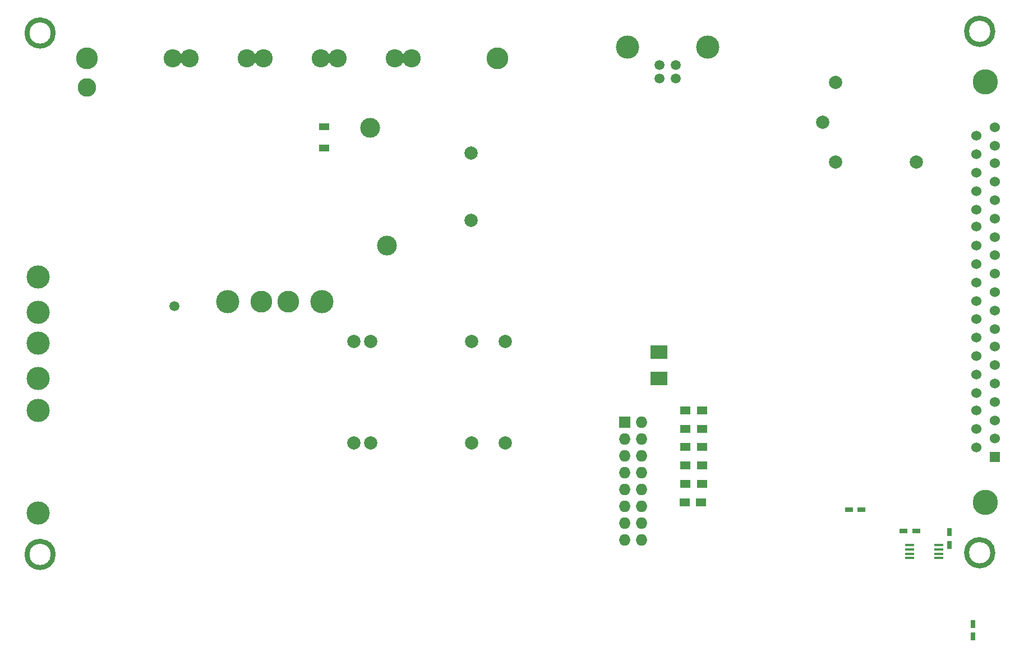
<source format=gbr>
G04 #@! TF.FileFunction,Soldermask,Bot*
%FSLAX46Y46*%
G04 Gerber Fmt 4.6, Leading zero omitted, Abs format (unit mm)*
G04 Created by KiCad (PCBNEW 4.0.2-stable) date 3/30/2017 9:01:33 AM*
%MOMM*%
G01*
G04 APERTURE LIST*
%ADD10C,0.100000*%
%ADD11C,0.762000*%
%ADD12C,2.000000*%
%ADD13R,1.200000X0.750000*%
%ADD14C,3.810000*%
%ADD15R,1.524000X1.524000*%
%ADD16C,1.524000*%
%ADD17R,1.727200X1.727200*%
%ADD18O,1.727200X1.727200*%
%ADD19C,3.500000*%
%ADD20R,1.600000X1.000000*%
%ADD21C,2.750000*%
%ADD22C,3.300000*%
%ADD23C,2.790000*%
%ADD24C,1.501140*%
%ADD25C,3.500120*%
%ADD26C,3.000000*%
%ADD27C,1.500000*%
%ADD28R,0.750000X1.200000*%
%ADD29R,2.500000X2.000000*%
%ADD30R,1.500000X1.250000*%
%ADD31R,1.450000X0.450000*%
G04 APERTURE END LIST*
D10*
D11*
X76024803Y-58674000D02*
G75*
G03X76024803Y-58674000I-1983803J0D01*
G01*
X217883803Y-58420000D02*
G75*
G03X217883803Y-58420000I-1983803J0D01*
G01*
X217883803Y-137160000D02*
G75*
G03X217883803Y-137160000I-1983803J0D01*
G01*
X76024803Y-137414000D02*
G75*
G03X76024803Y-137414000I-1983803J0D01*
G01*
D12*
X144272000Y-120543000D03*
X139192000Y-120543000D03*
X144272000Y-105263000D03*
X139192000Y-105263000D03*
X123952000Y-105263000D03*
X121412000Y-105263000D03*
X123952000Y-120543000D03*
X121412000Y-120543000D03*
D13*
X196154000Y-130683000D03*
X198054000Y-130683000D03*
D14*
X216789000Y-66040000D03*
X216789000Y-129540000D03*
D15*
X218186000Y-122682000D03*
D16*
X218186000Y-119888000D03*
X218186000Y-117221000D03*
X218186000Y-114427000D03*
X218186000Y-111633000D03*
X218186000Y-108839000D03*
X218186000Y-106045000D03*
X218186000Y-103378000D03*
X218186000Y-100584000D03*
X218186000Y-97790000D03*
X218186000Y-94996000D03*
X218186000Y-92202000D03*
X218186000Y-89535000D03*
X218186000Y-86741000D03*
X218186000Y-83947000D03*
X218186000Y-81153000D03*
X218186000Y-78359000D03*
X218186000Y-75692000D03*
X218186000Y-72898000D03*
X215392000Y-121285000D03*
X215392000Y-118491000D03*
X215392000Y-115697000D03*
X215392000Y-113030000D03*
X215392000Y-110236000D03*
X215392000Y-107442000D03*
X215392000Y-104648000D03*
X215392000Y-101854000D03*
X215392000Y-99187000D03*
X215392000Y-96393000D03*
X215392000Y-93599000D03*
X215392000Y-90805000D03*
X215392000Y-87884000D03*
X215392000Y-85344000D03*
X215392000Y-82550000D03*
X215392000Y-79756000D03*
X215392000Y-76962000D03*
X215392000Y-74168000D03*
D17*
X162306000Y-117475000D03*
D18*
X164846000Y-117475000D03*
X162306000Y-120015000D03*
X164846000Y-120015000D03*
X162306000Y-122555000D03*
X164846000Y-122555000D03*
X162306000Y-125095000D03*
X164846000Y-125095000D03*
X162306000Y-127635000D03*
X164846000Y-127635000D03*
X162306000Y-130175000D03*
X164846000Y-130175000D03*
X162306000Y-132715000D03*
X164846000Y-132715000D03*
X162306000Y-135255000D03*
X164846000Y-135255000D03*
D19*
X73776000Y-131189000D03*
X73776000Y-115699000D03*
X73776000Y-110869000D03*
X73776000Y-105539000D03*
D20*
X116903500Y-72822000D03*
X116903500Y-76022000D03*
D21*
X94101000Y-62484000D03*
X96641000Y-62484000D03*
X130181000Y-62484000D03*
X127641000Y-62484000D03*
X105281000Y-62484000D03*
X107821000Y-62484000D03*
X119001000Y-62484000D03*
X116461000Y-62484000D03*
D22*
X81151000Y-62484000D03*
X143131000Y-62484000D03*
D23*
X81151000Y-66934000D03*
D24*
X170027600Y-63550800D03*
X167538400Y-63550800D03*
X167538400Y-65557400D03*
X170027600Y-65557400D03*
D25*
X174802800Y-60833000D03*
X162763200Y-60833000D03*
D19*
X73776000Y-100836000D03*
X73776000Y-95506000D03*
D26*
X123888500Y-72961500D03*
X126428500Y-90741500D03*
D12*
X139128500Y-86931500D03*
X139128500Y-76771500D03*
X194179000Y-78136000D03*
X192179000Y-72136000D03*
X194179000Y-66136000D03*
X206379000Y-78136000D03*
D27*
X94297500Y-99918000D03*
D19*
X116584000Y-99250500D03*
D22*
X111504000Y-99250500D03*
X107444000Y-99250500D03*
D19*
X102364000Y-99250500D03*
D28*
X214884000Y-147894000D03*
X214884000Y-149794000D03*
D29*
X167513000Y-106839000D03*
X167513000Y-110839000D03*
D30*
X173970000Y-123952000D03*
X171470000Y-123952000D03*
X173970000Y-121158000D03*
X171470000Y-121158000D03*
X173970000Y-118491000D03*
X171470000Y-118491000D03*
X173970000Y-115697000D03*
X171470000Y-115697000D03*
D28*
X211328000Y-135951000D03*
X211328000Y-134051000D03*
D30*
X173843000Y-129540000D03*
X171343000Y-129540000D03*
X173970000Y-126746000D03*
X171470000Y-126746000D03*
D13*
X204409000Y-133858000D03*
X206309000Y-133858000D03*
D31*
X205359000Y-136017000D03*
X205359000Y-136667000D03*
X205359000Y-137317000D03*
X205359000Y-137967000D03*
X209759000Y-136017000D03*
X209759000Y-136667000D03*
X209759000Y-137317000D03*
X209759000Y-137967000D03*
M02*

</source>
